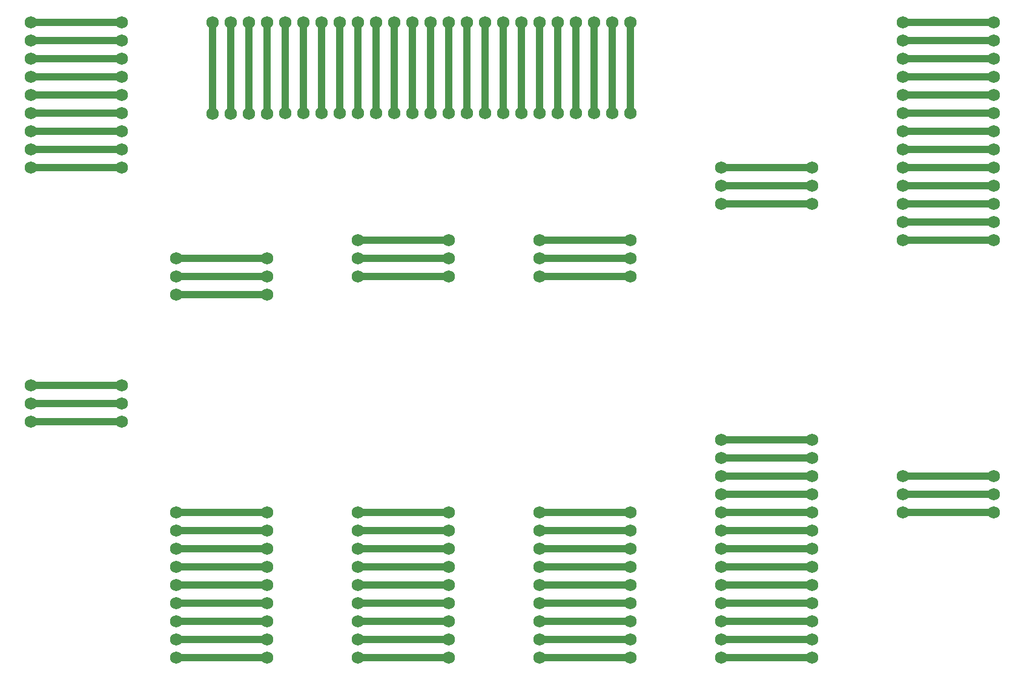
<source format=gbr>
G04 DesignSpark PCB Gerber Version 12.0 Build 5941*
G04 #@! TF.Part,Single*
G04 #@! TF.FileFunction,Copper,L2,Bot*
G04 #@! TF.FilePolarity,Positive*
%FSLAX35Y35*%
%MOIN*%
%ADD10C,0.03937*%
G04 #@! TA.AperFunction,WasherPad*
%ADD11C,0.06890*%
G04 #@! TD.AperFunction*
X0Y0D02*
D02*
D10*
X20250Y160250D02*
X70250D01*
X20250Y300250D02*
X70250D01*
X20250Y320250D02*
X70250D01*
X20250Y340250D02*
X70250D01*
X20250Y360250D02*
X70250D01*
Y150250D02*
X20250D01*
X70250Y170250D02*
X20250D01*
X70250Y290250D02*
X20250D01*
X70250Y310250D02*
X20250D01*
X70250Y330250D02*
X20250D01*
X70250Y350250D02*
X20250D01*
X70250Y370250D02*
X20250D01*
X100250Y20250D02*
X150250D01*
X100250Y40250D02*
X150250D01*
X100250Y60250D02*
X150250D01*
X100250Y80250D02*
X150250D01*
X100250Y100250D02*
X150250D01*
X100250Y220250D02*
X150250D01*
X100250Y240250D02*
X150250D01*
X120250Y320015D02*
Y370250D01*
X130250D02*
Y320015D01*
X140250D02*
Y370250D01*
X150250Y30250D02*
X100250D01*
X150250Y50250D02*
X100250D01*
X150250Y70250D02*
X100250D01*
X150250Y90250D02*
X100250D01*
X150250Y230250D02*
X100250D01*
X150250Y370250D02*
Y320015D01*
X160250Y320250D02*
Y370250D01*
X170250D02*
Y320250D01*
X180250D02*
Y370250D01*
X190250D02*
Y320250D01*
X200250Y30250D02*
X250250D01*
X200250Y50250D02*
X250250D01*
X200250Y70250D02*
X250250D01*
X200250Y90250D02*
X250250D01*
X200250Y230250D02*
X250250D01*
X200250Y250250D02*
X250250D01*
X200250Y320250D02*
Y370250D01*
X210250D02*
Y320250D01*
X220250D02*
Y370250D01*
X230250D02*
Y320250D01*
X240250D02*
Y370250D01*
X250250Y20250D02*
X200250D01*
X250250Y40250D02*
X200250D01*
X250250Y60250D02*
X200250D01*
X250250Y80250D02*
X200250D01*
X250250Y100250D02*
X200250D01*
X250250Y240250D02*
X200250D01*
X250250Y370250D02*
Y320250D01*
X260250D02*
Y370250D01*
X270250D02*
Y320250D01*
X280250D02*
Y370250D01*
X290250D02*
Y320250D01*
X300250Y30250D02*
X350250D01*
X300250Y50250D02*
X350250D01*
X300250Y70250D02*
X350250D01*
X300250Y90250D02*
X350250D01*
X300250Y230250D02*
X350250D01*
X300250Y250250D02*
X350250D01*
X300250Y320250D02*
Y370250D01*
X310250D02*
Y320250D01*
X320250D02*
Y370250D01*
X330250D02*
Y320250D01*
X340250D02*
Y370250D01*
X350250Y20250D02*
X300250D01*
X350250Y40250D02*
X300250D01*
X350250Y60250D02*
X300250D01*
X350250Y80250D02*
X300250D01*
X350250Y100250D02*
X300250D01*
X350250Y240250D02*
X300250D01*
X350250Y370250D02*
Y320250D01*
X400250Y30250D02*
X450250D01*
X400250Y50250D02*
X450250D01*
X400250Y70250D02*
X450250D01*
X400250Y90250D02*
X450250D01*
X400250Y110250D02*
X450250D01*
X400250Y130250D02*
X450250D01*
X400250Y270250D02*
X450250D01*
X400250Y290250D02*
X450250D01*
Y20250D02*
X400250D01*
X450250Y40250D02*
X400250D01*
X450250Y60250D02*
X400250D01*
X450250Y80250D02*
X400250D01*
X450250Y100250D02*
X400250D01*
X450250Y120250D02*
X400250D01*
X450250Y140250D02*
X400250D01*
X450250Y280250D02*
X400250D01*
X500250Y110250D02*
X550250D01*
X500250Y250250D02*
X550250D01*
X500250Y270250D02*
X550250D01*
X500250Y290250D02*
X550250D01*
X500250Y310250D02*
X550250D01*
X500250Y330250D02*
X550250D01*
X500250Y350250D02*
X550250D01*
X500250Y370250D02*
X550250D01*
Y100250D02*
X500250D01*
X550250Y120250D02*
X500250D01*
X550250Y260250D02*
X500250D01*
X550250Y280250D02*
X500250D01*
X550250Y300250D02*
X500250D01*
X550250Y320250D02*
X500250D01*
X550250Y340250D02*
X500250D01*
X550250Y360250D02*
X500250D01*
D02*
D11*
X20250Y150250D03*
Y160250D03*
Y170250D03*
Y290250D03*
Y300250D03*
Y310250D03*
Y320250D03*
Y330250D03*
Y340250D03*
Y350250D03*
Y360250D03*
Y370250D03*
X70250Y150250D03*
Y160250D03*
Y170250D03*
Y290250D03*
Y300250D03*
Y310250D03*
Y320250D03*
Y330250D03*
Y340250D03*
Y350250D03*
Y360250D03*
Y370250D03*
X100250Y20250D03*
Y30250D03*
Y40250D03*
Y50250D03*
Y60250D03*
Y70250D03*
Y80250D03*
Y90250D03*
Y100250D03*
Y220250D03*
Y230250D03*
Y240250D03*
X120250Y320015D03*
Y370250D03*
X130250Y320015D03*
Y370250D03*
X140250Y320015D03*
Y370250D03*
X150250Y20250D03*
Y30250D03*
Y40250D03*
Y50250D03*
Y60250D03*
Y70250D03*
Y80250D03*
Y90250D03*
Y100250D03*
Y220250D03*
Y230250D03*
Y240250D03*
Y320015D03*
Y370250D03*
X160250Y320250D03*
Y370250D03*
X170250Y320250D03*
Y370250D03*
X180250Y320250D03*
Y370250D03*
X190250Y320250D03*
Y370250D03*
X200250Y20250D03*
Y30250D03*
Y40250D03*
Y50250D03*
Y60250D03*
Y70250D03*
Y80250D03*
Y90250D03*
Y100250D03*
Y230250D03*
Y240250D03*
Y250250D03*
Y320250D03*
Y370250D03*
X210250Y320250D03*
Y370250D03*
X220250Y320250D03*
Y370250D03*
X230250Y320250D03*
Y370250D03*
X240250Y320250D03*
Y370250D03*
X250250Y20250D03*
Y30250D03*
Y40250D03*
Y50250D03*
Y60250D03*
Y70250D03*
Y80250D03*
Y90250D03*
Y100250D03*
Y230250D03*
Y240250D03*
Y250250D03*
Y320250D03*
Y370250D03*
X260250Y320250D03*
Y370250D03*
X270250Y320250D03*
Y370250D03*
X280250Y320250D03*
Y370250D03*
X290250Y320250D03*
Y370250D03*
X300250Y20250D03*
Y30250D03*
Y40250D03*
Y50250D03*
Y60250D03*
Y70250D03*
Y80250D03*
Y90250D03*
Y100250D03*
Y230250D03*
Y240250D03*
Y250250D03*
Y320250D03*
Y370250D03*
X310250Y320250D03*
Y370250D03*
X320250Y320250D03*
Y370250D03*
X330250Y320250D03*
Y370250D03*
X340250Y320250D03*
Y370250D03*
X350250Y20250D03*
Y30250D03*
Y40250D03*
Y50250D03*
Y60250D03*
Y70250D03*
Y80250D03*
Y90250D03*
Y100250D03*
Y230250D03*
Y240250D03*
Y250250D03*
Y320250D03*
Y370250D03*
X400250Y20250D03*
Y30250D03*
Y40250D03*
Y50250D03*
Y60250D03*
Y70250D03*
Y80250D03*
Y90250D03*
Y100250D03*
Y110250D03*
Y120250D03*
Y130250D03*
Y140250D03*
Y270250D03*
Y280250D03*
Y290250D03*
X450250Y20250D03*
Y30250D03*
Y40250D03*
Y50250D03*
Y60250D03*
Y70250D03*
Y80250D03*
Y90250D03*
Y100250D03*
Y110250D03*
Y120250D03*
Y130250D03*
Y140250D03*
Y270250D03*
Y280250D03*
Y290250D03*
X500250Y100250D03*
Y110250D03*
Y120250D03*
Y250250D03*
Y260250D03*
Y270250D03*
Y280250D03*
Y290250D03*
Y300250D03*
Y310250D03*
Y320250D03*
Y330250D03*
Y340250D03*
Y350250D03*
Y360250D03*
Y370250D03*
X550250Y100250D03*
Y110250D03*
Y120250D03*
Y250250D03*
Y260250D03*
Y270250D03*
Y280250D03*
Y290250D03*
Y300250D03*
Y310250D03*
Y320250D03*
Y330250D03*
Y340250D03*
Y350250D03*
Y360250D03*
Y370250D03*
X0Y0D02*
M02*

</source>
